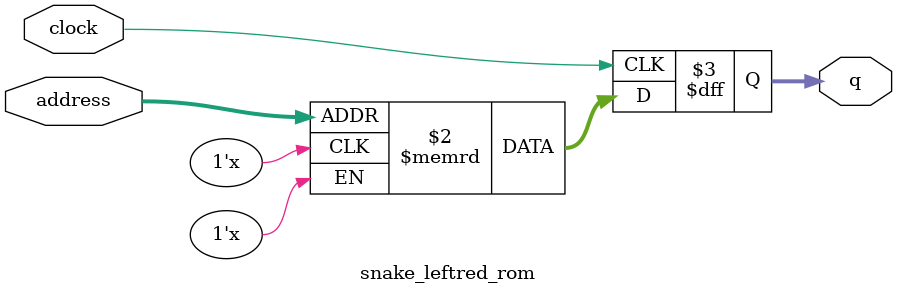
<source format=sv>
module snake_leftred_rom (
	input logic clock,
	input logic [9:0] address,
	output logic [3:0] q
);

logic [3:0] memory [0:944] /* synthesis ram_init_file = "./snake_leftred.mif" */;

always_ff @ (posedge clock) begin
	q <= memory[address];
end

endmodule

</source>
